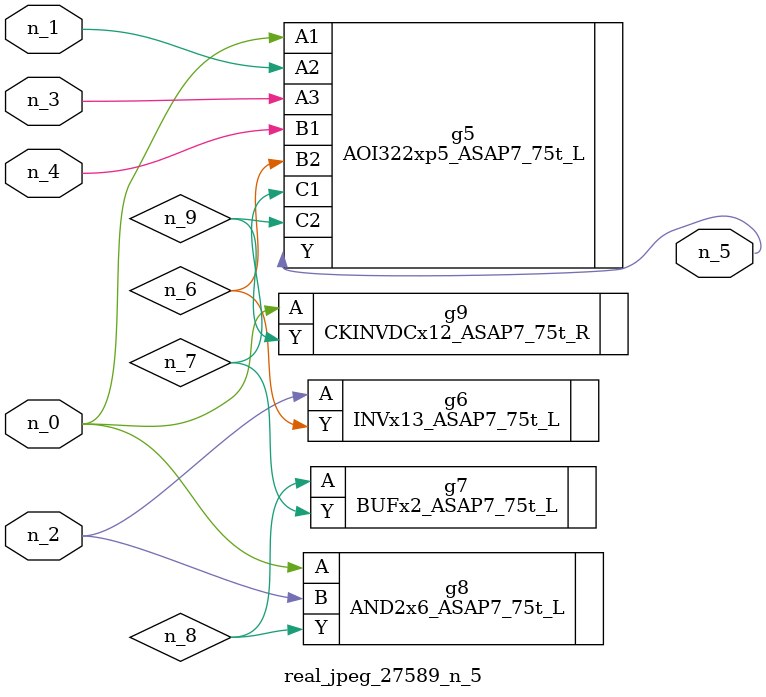
<source format=v>
module real_jpeg_27589_n_5 (n_4, n_0, n_1, n_2, n_3, n_5);

input n_4;
input n_0;
input n_1;
input n_2;
input n_3;

output n_5;

wire n_8;
wire n_6;
wire n_7;
wire n_9;

AOI322xp5_ASAP7_75t_L g5 ( 
.A1(n_0),
.A2(n_1),
.A3(n_3),
.B1(n_4),
.B2(n_6),
.C1(n_7),
.C2(n_9),
.Y(n_5)
);

AND2x6_ASAP7_75t_L g8 ( 
.A(n_0),
.B(n_2),
.Y(n_8)
);

CKINVDCx12_ASAP7_75t_R g9 ( 
.A(n_0),
.Y(n_9)
);

INVx13_ASAP7_75t_L g6 ( 
.A(n_2),
.Y(n_6)
);

BUFx2_ASAP7_75t_L g7 ( 
.A(n_8),
.Y(n_7)
);


endmodule
</source>
